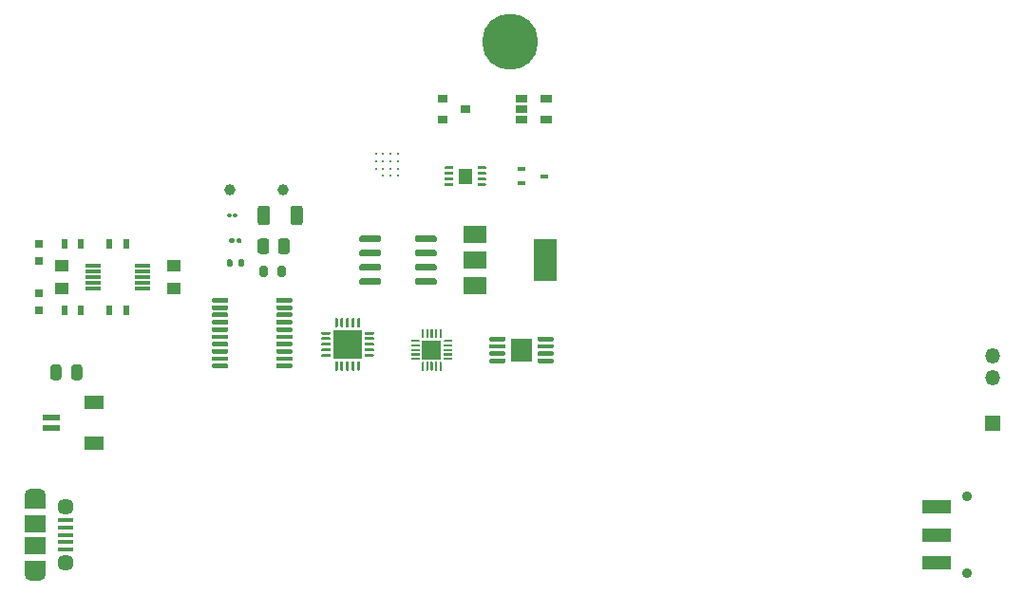
<source format=gbr>
%TF.GenerationSoftware,KiCad,Pcbnew,(5.1.10)-1*%
%TF.CreationDate,2022-04-30T13:51:09-07:00*%
%TF.ProjectId,project,70726f6a-6563-4742-9e6b-696361645f70,0.0*%
%TF.SameCoordinates,Original*%
%TF.FileFunction,Soldermask,Bot*%
%TF.FilePolarity,Negative*%
%FSLAX46Y46*%
G04 Gerber Fmt 4.6, Leading zero omitted, Abs format (unit mm)*
G04 Created by KiCad (PCBNEW (5.1.10)-1) date 2022-04-30 13:51:09*
%MOMM*%
%LPD*%
G01*
G04 APERTURE LIST*
%ADD10R,1.400000X0.300000*%
%ADD11C,5.000000*%
%ADD12C,0.900000*%
%ADD13R,2.500000X1.200000*%
%ADD14R,1.250000X1.000000*%
%ADD15R,1.900000X1.500000*%
%ADD16C,1.450000*%
%ADD17R,1.350000X0.400000*%
%ADD18O,1.900000X1.200000*%
%ADD19R,1.900000X1.200000*%
%ADD20O,1.350000X1.350000*%
%ADD21R,1.350000X1.350000*%
%ADD22R,0.800000X0.800000*%
%ADD23R,0.500000X0.900000*%
%ADD24R,1.550000X0.600000*%
%ADD25R,1.800000X1.200000*%
%ADD26C,1.000000*%
%ADD27R,0.900000X0.800000*%
%ADD28R,0.700000X0.450000*%
%ADD29R,2.000000X3.800000*%
%ADD30R,2.000000X1.500000*%
%ADD31C,0.100000*%
%ADD32R,1.700000X1.700000*%
%ADD33C,0.250000*%
%ADD34R,2.600000X2.600000*%
%ADD35R,1.060000X0.650000*%
%ADD36R,1.300000X1.400000*%
%ADD37R,1.950000X2.150000*%
G04 APERTURE END LIST*
%TO.C,F1*%
G36*
G01*
X110136500Y-90262750D02*
X110136500Y-91175250D01*
G75*
G02*
X109892750Y-91419000I-243750J0D01*
G01*
X109405250Y-91419000D01*
G75*
G02*
X109161500Y-91175250I0J243750D01*
G01*
X109161500Y-90262750D01*
G75*
G02*
X109405250Y-90019000I243750J0D01*
G01*
X109892750Y-90019000D01*
G75*
G02*
X110136500Y-90262750I0J-243750D01*
G01*
G37*
G36*
G01*
X108261500Y-90262750D02*
X108261500Y-91175250D01*
G75*
G02*
X108017750Y-91419000I-243750J0D01*
G01*
X107530250Y-91419000D01*
G75*
G02*
X107286500Y-91175250I0J243750D01*
G01*
X107286500Y-90262750D01*
G75*
G02*
X107530250Y-90019000I243750J0D01*
G01*
X108017750Y-90019000D01*
G75*
G02*
X108261500Y-90262750I0J-243750D01*
G01*
G37*
%TD*%
D10*
%TO.C,U2*%
X115474000Y-83219000D03*
X115474000Y-82719000D03*
X115474000Y-82219000D03*
X115474000Y-81719000D03*
X115474000Y-81219000D03*
X111074000Y-81219000D03*
X111074000Y-81719000D03*
X111074000Y-82219000D03*
X111074000Y-82719000D03*
X111074000Y-83219000D03*
%TD*%
D11*
%TO.C,J4*%
X148274000Y-61219000D03*
%TD*%
D12*
%TO.C,SW1*%
X189024000Y-108619000D03*
D13*
X186274000Y-102719000D03*
X186274000Y-105259000D03*
X186274000Y-107719000D03*
D12*
X189024000Y-101819000D03*
%TD*%
D14*
%TO.C,C3*%
X108274000Y-83219000D03*
X108274000Y-81219000D03*
%TD*%
%TO.C,C4*%
X118274000Y-81219000D03*
X118274000Y-83219000D03*
%TD*%
D15*
%TO.C,J1*%
X105924000Y-104219000D03*
D16*
X108624000Y-107719000D03*
D17*
X108624000Y-105869000D03*
X108624000Y-106519000D03*
X108624000Y-103919000D03*
X108624000Y-104569000D03*
X108624000Y-105219000D03*
D16*
X108624000Y-102719000D03*
D15*
X105924000Y-106219000D03*
D18*
X105924000Y-108719000D03*
X105924000Y-101719000D03*
D19*
X105924000Y-102319000D03*
X105924000Y-108119000D03*
%TD*%
D20*
%TO.C,J3*%
X191274000Y-89219000D03*
X191274000Y-91219000D03*
D21*
X191274000Y-95219000D03*
%TD*%
D22*
%TO.C,DL1*%
X106274000Y-85219000D03*
X106274000Y-83619000D03*
%TD*%
%TO.C,DL2*%
X106274000Y-79219000D03*
X106274000Y-80819000D03*
%TD*%
D23*
%TO.C,RL1*%
X108524000Y-85219000D03*
X110024000Y-85219000D03*
%TD*%
%TO.C,RL2*%
X110024000Y-79219000D03*
X108524000Y-79219000D03*
%TD*%
%TO.C,RP1*%
X112524000Y-79219000D03*
X114024000Y-79219000D03*
%TD*%
%TO.C,RP2*%
X114024000Y-85219000D03*
X112524000Y-85219000D03*
%TD*%
D24*
%TO.C,J2*%
X107336500Y-94719000D03*
X107336500Y-95719000D03*
D25*
X111211500Y-93419000D03*
X111211500Y-97019000D03*
%TD*%
%TO.C,R19*%
G36*
G01*
X123004000Y-81154000D02*
X123004000Y-80784000D01*
G75*
G02*
X123139000Y-80649000I135000J0D01*
G01*
X123409000Y-80649000D01*
G75*
G02*
X123544000Y-80784000I0J-135000D01*
G01*
X123544000Y-81154000D01*
G75*
G02*
X123409000Y-81289000I-135000J0D01*
G01*
X123139000Y-81289000D01*
G75*
G02*
X123004000Y-81154000I0J135000D01*
G01*
G37*
G36*
G01*
X124024000Y-81154000D02*
X124024000Y-80784000D01*
G75*
G02*
X124159000Y-80649000I135000J0D01*
G01*
X124429000Y-80649000D01*
G75*
G02*
X124564000Y-80784000I0J-135000D01*
G01*
X124564000Y-81154000D01*
G75*
G02*
X124429000Y-81289000I-135000J0D01*
G01*
X124159000Y-81289000D01*
G75*
G02*
X124024000Y-81154000I0J135000D01*
G01*
G37*
%TD*%
%TO.C,R1*%
G36*
G01*
X128611500Y-79018999D02*
X128611500Y-79919001D01*
G75*
G02*
X128361501Y-80169000I-249999J0D01*
G01*
X127836499Y-80169000D01*
G75*
G02*
X127586500Y-79919001I0J249999D01*
G01*
X127586500Y-79018999D01*
G75*
G02*
X127836499Y-78769000I249999J0D01*
G01*
X128361501Y-78769000D01*
G75*
G02*
X128611500Y-79018999I0J-249999D01*
G01*
G37*
G36*
G01*
X126786500Y-79018999D02*
X126786500Y-79919001D01*
G75*
G02*
X126536501Y-80169000I-249999J0D01*
G01*
X126011499Y-80169000D01*
G75*
G02*
X125761500Y-79919001I0J249999D01*
G01*
X125761500Y-79018999D01*
G75*
G02*
X126011499Y-78769000I249999J0D01*
G01*
X126536501Y-78769000D01*
G75*
G02*
X126786500Y-79018999I0J-249999D01*
G01*
G37*
%TD*%
%TO.C,R2*%
G36*
G01*
X123224000Y-79069000D02*
X123224000Y-78869000D01*
G75*
G02*
X123324000Y-78769000I100000J0D01*
G01*
X123584000Y-78769000D01*
G75*
G02*
X123684000Y-78869000I0J-100000D01*
G01*
X123684000Y-79069000D01*
G75*
G02*
X123584000Y-79169000I-100000J0D01*
G01*
X123324000Y-79169000D01*
G75*
G02*
X123224000Y-79069000I0J100000D01*
G01*
G37*
G36*
G01*
X123864000Y-79069000D02*
X123864000Y-78869000D01*
G75*
G02*
X123964000Y-78769000I100000J0D01*
G01*
X124224000Y-78769000D01*
G75*
G02*
X124324000Y-78869000I0J-100000D01*
G01*
X124324000Y-79069000D01*
G75*
G02*
X124224000Y-79169000I-100000J0D01*
G01*
X123964000Y-79169000D01*
G75*
G02*
X123864000Y-79069000I0J100000D01*
G01*
G37*
%TD*%
%TO.C,R3*%
G36*
G01*
X129799000Y-76093999D02*
X129799000Y-77344001D01*
G75*
G02*
X129549001Y-77594000I-249999J0D01*
G01*
X128923999Y-77594000D01*
G75*
G02*
X128674000Y-77344001I0J249999D01*
G01*
X128674000Y-76093999D01*
G75*
G02*
X128923999Y-75844000I249999J0D01*
G01*
X129549001Y-75844000D01*
G75*
G02*
X129799000Y-76093999I0J-249999D01*
G01*
G37*
G36*
G01*
X126874000Y-76093999D02*
X126874000Y-77344001D01*
G75*
G02*
X126624001Y-77594000I-249999J0D01*
G01*
X125998999Y-77594000D01*
G75*
G02*
X125749000Y-77344001I0J249999D01*
G01*
X125749000Y-76093999D01*
G75*
G02*
X125998999Y-75844000I249999J0D01*
G01*
X126624001Y-75844000D01*
G75*
G02*
X126874000Y-76093999I0J-249999D01*
G01*
G37*
%TD*%
%TO.C,R8*%
G36*
G01*
X123049000Y-76794000D02*
X123049000Y-76644000D01*
G75*
G02*
X123124000Y-76569000I75000J0D01*
G01*
X123374000Y-76569000D01*
G75*
G02*
X123449000Y-76644000I0J-75000D01*
G01*
X123449000Y-76794000D01*
G75*
G02*
X123374000Y-76869000I-75000J0D01*
G01*
X123124000Y-76869000D01*
G75*
G02*
X123049000Y-76794000I0J75000D01*
G01*
G37*
G36*
G01*
X123549000Y-76794000D02*
X123549000Y-76644000D01*
G75*
G02*
X123624000Y-76569000I75000J0D01*
G01*
X123874000Y-76569000D01*
G75*
G02*
X123949000Y-76644000I0J-75000D01*
G01*
X123949000Y-76794000D01*
G75*
G02*
X123874000Y-76869000I-75000J0D01*
G01*
X123624000Y-76869000D01*
G75*
G02*
X123549000Y-76794000I0J75000D01*
G01*
G37*
%TD*%
%TO.C,R17*%
G36*
G01*
X128324000Y-81444000D02*
X128324000Y-81994000D01*
G75*
G02*
X128124000Y-82194000I-200000J0D01*
G01*
X127724000Y-82194000D01*
G75*
G02*
X127524000Y-81994000I0J200000D01*
G01*
X127524000Y-81444000D01*
G75*
G02*
X127724000Y-81244000I200000J0D01*
G01*
X128124000Y-81244000D01*
G75*
G02*
X128324000Y-81444000I0J-200000D01*
G01*
G37*
G36*
G01*
X126674000Y-81444000D02*
X126674000Y-81994000D01*
G75*
G02*
X126474000Y-82194000I-200000J0D01*
G01*
X126074000Y-82194000D01*
G75*
G02*
X125874000Y-81994000I0J200000D01*
G01*
X125874000Y-81444000D01*
G75*
G02*
X126074000Y-81244000I200000J0D01*
G01*
X126474000Y-81244000D01*
G75*
G02*
X126674000Y-81444000I0J-200000D01*
G01*
G37*
%TD*%
D26*
%TO.C,TP1*%
X123274000Y-74469000D03*
%TD*%
%TO.C,TP2*%
X128024000Y-74469000D03*
%TD*%
D27*
%TO.C,Q1*%
X142274000Y-68169000D03*
X142274000Y-66269000D03*
X144274000Y-67219000D03*
%TD*%
D28*
%TO.C,Q2*%
X149274000Y-73869000D03*
X149274000Y-72569000D03*
X151274000Y-73219000D03*
%TD*%
D29*
%TO.C,Q3*%
X151424000Y-80719000D03*
D30*
X145124000Y-80719000D03*
X145124000Y-78419000D03*
X145124000Y-83019000D03*
%TD*%
D31*
%TO.C,U3*%
G36*
X140183755Y-89419961D02*
G01*
X140193134Y-89422806D01*
X140201779Y-89427427D01*
X140209355Y-89433645D01*
X140215573Y-89441221D01*
X140220194Y-89449866D01*
X140223039Y-89459245D01*
X140224000Y-89469000D01*
X140224000Y-89518289D01*
X140223039Y-89528044D01*
X140220194Y-89537423D01*
X140215573Y-89546068D01*
X140209355Y-89553644D01*
X140158644Y-89604355D01*
X140151068Y-89610573D01*
X140142423Y-89615194D01*
X140133044Y-89618039D01*
X140123289Y-89619000D01*
X139474000Y-89619000D01*
X139464245Y-89618039D01*
X139454866Y-89615194D01*
X139446221Y-89610573D01*
X139438645Y-89604355D01*
X139432427Y-89596779D01*
X139427806Y-89588134D01*
X139424961Y-89578755D01*
X139424000Y-89569000D01*
X139424000Y-89469000D01*
X139424961Y-89459245D01*
X139427806Y-89449866D01*
X139432427Y-89441221D01*
X139438645Y-89433645D01*
X139446221Y-89427427D01*
X139454866Y-89422806D01*
X139464245Y-89419961D01*
X139474000Y-89419000D01*
X140174000Y-89419000D01*
X140183755Y-89419961D01*
G37*
G36*
G01*
X139424000Y-89169000D02*
X139424000Y-89069000D01*
G75*
G02*
X139474000Y-89019000I50000J0D01*
G01*
X140174000Y-89019000D01*
G75*
G02*
X140224000Y-89069000I0J-50000D01*
G01*
X140224000Y-89169000D01*
G75*
G02*
X140174000Y-89219000I-50000J0D01*
G01*
X139474000Y-89219000D01*
G75*
G02*
X139424000Y-89169000I0J50000D01*
G01*
G37*
G36*
G01*
X139424000Y-88769000D02*
X139424000Y-88669000D01*
G75*
G02*
X139474000Y-88619000I50000J0D01*
G01*
X140174000Y-88619000D01*
G75*
G02*
X140224000Y-88669000I0J-50000D01*
G01*
X140224000Y-88769000D01*
G75*
G02*
X140174000Y-88819000I-50000J0D01*
G01*
X139474000Y-88819000D01*
G75*
G02*
X139424000Y-88769000I0J50000D01*
G01*
G37*
G36*
G01*
X139424000Y-88369000D02*
X139424000Y-88269000D01*
G75*
G02*
X139474000Y-88219000I50000J0D01*
G01*
X140174000Y-88219000D01*
G75*
G02*
X140224000Y-88269000I0J-50000D01*
G01*
X140224000Y-88369000D01*
G75*
G02*
X140174000Y-88419000I-50000J0D01*
G01*
X139474000Y-88419000D01*
G75*
G02*
X139424000Y-88369000I0J50000D01*
G01*
G37*
G36*
X140133044Y-87819961D02*
G01*
X140142423Y-87822806D01*
X140151068Y-87827427D01*
X140158644Y-87833645D01*
X140209355Y-87884356D01*
X140215573Y-87891932D01*
X140220194Y-87900577D01*
X140223039Y-87909956D01*
X140224000Y-87919711D01*
X140224000Y-87969000D01*
X140223039Y-87978755D01*
X140220194Y-87988134D01*
X140215573Y-87996779D01*
X140209355Y-88004355D01*
X140201779Y-88010573D01*
X140193134Y-88015194D01*
X140183755Y-88018039D01*
X140174000Y-88019000D01*
X139474000Y-88019000D01*
X139464245Y-88018039D01*
X139454866Y-88015194D01*
X139446221Y-88010573D01*
X139438645Y-88004355D01*
X139432427Y-87996779D01*
X139427806Y-87988134D01*
X139424961Y-87978755D01*
X139424000Y-87969000D01*
X139424000Y-87869000D01*
X139424961Y-87859245D01*
X139427806Y-87849866D01*
X139432427Y-87841221D01*
X139438645Y-87833645D01*
X139446221Y-87827427D01*
X139454866Y-87822806D01*
X139464245Y-87819961D01*
X139474000Y-87819000D01*
X140123289Y-87819000D01*
X140133044Y-87819961D01*
G37*
G36*
X140533755Y-86869961D02*
G01*
X140543134Y-86872806D01*
X140551779Y-86877427D01*
X140559355Y-86883645D01*
X140565573Y-86891221D01*
X140570194Y-86899866D01*
X140573039Y-86909245D01*
X140574000Y-86919000D01*
X140574000Y-87619000D01*
X140573039Y-87628755D01*
X140570194Y-87638134D01*
X140565573Y-87646779D01*
X140559355Y-87654355D01*
X140551779Y-87660573D01*
X140543134Y-87665194D01*
X140533755Y-87668039D01*
X140524000Y-87669000D01*
X140474711Y-87669000D01*
X140464956Y-87668039D01*
X140455577Y-87665194D01*
X140446932Y-87660573D01*
X140439356Y-87654355D01*
X140388645Y-87603644D01*
X140382427Y-87596068D01*
X140377806Y-87587423D01*
X140374961Y-87578044D01*
X140374000Y-87568289D01*
X140374000Y-86919000D01*
X140374961Y-86909245D01*
X140377806Y-86899866D01*
X140382427Y-86891221D01*
X140388645Y-86883645D01*
X140396221Y-86877427D01*
X140404866Y-86872806D01*
X140414245Y-86869961D01*
X140424000Y-86869000D01*
X140524000Y-86869000D01*
X140533755Y-86869961D01*
G37*
G36*
G01*
X140774000Y-87619000D02*
X140774000Y-86919000D01*
G75*
G02*
X140824000Y-86869000I50000J0D01*
G01*
X140924000Y-86869000D01*
G75*
G02*
X140974000Y-86919000I0J-50000D01*
G01*
X140974000Y-87619000D01*
G75*
G02*
X140924000Y-87669000I-50000J0D01*
G01*
X140824000Y-87669000D01*
G75*
G02*
X140774000Y-87619000I0J50000D01*
G01*
G37*
G36*
G01*
X141174000Y-87619000D02*
X141174000Y-86919000D01*
G75*
G02*
X141224000Y-86869000I50000J0D01*
G01*
X141324000Y-86869000D01*
G75*
G02*
X141374000Y-86919000I0J-50000D01*
G01*
X141374000Y-87619000D01*
G75*
G02*
X141324000Y-87669000I-50000J0D01*
G01*
X141224000Y-87669000D01*
G75*
G02*
X141174000Y-87619000I0J50000D01*
G01*
G37*
G36*
G01*
X141574000Y-87619000D02*
X141574000Y-86919000D01*
G75*
G02*
X141624000Y-86869000I50000J0D01*
G01*
X141724000Y-86869000D01*
G75*
G02*
X141774000Y-86919000I0J-50000D01*
G01*
X141774000Y-87619000D01*
G75*
G02*
X141724000Y-87669000I-50000J0D01*
G01*
X141624000Y-87669000D01*
G75*
G02*
X141574000Y-87619000I0J50000D01*
G01*
G37*
G36*
X142133755Y-86869961D02*
G01*
X142143134Y-86872806D01*
X142151779Y-86877427D01*
X142159355Y-86883645D01*
X142165573Y-86891221D01*
X142170194Y-86899866D01*
X142173039Y-86909245D01*
X142174000Y-86919000D01*
X142174000Y-87568289D01*
X142173039Y-87578044D01*
X142170194Y-87587423D01*
X142165573Y-87596068D01*
X142159355Y-87603644D01*
X142108644Y-87654355D01*
X142101068Y-87660573D01*
X142092423Y-87665194D01*
X142083044Y-87668039D01*
X142073289Y-87669000D01*
X142024000Y-87669000D01*
X142014245Y-87668039D01*
X142004866Y-87665194D01*
X141996221Y-87660573D01*
X141988645Y-87654355D01*
X141982427Y-87646779D01*
X141977806Y-87638134D01*
X141974961Y-87628755D01*
X141974000Y-87619000D01*
X141974000Y-86919000D01*
X141974961Y-86909245D01*
X141977806Y-86899866D01*
X141982427Y-86891221D01*
X141988645Y-86883645D01*
X141996221Y-86877427D01*
X142004866Y-86872806D01*
X142014245Y-86869961D01*
X142024000Y-86869000D01*
X142124000Y-86869000D01*
X142133755Y-86869961D01*
G37*
G36*
X143083755Y-87819961D02*
G01*
X143093134Y-87822806D01*
X143101779Y-87827427D01*
X143109355Y-87833645D01*
X143115573Y-87841221D01*
X143120194Y-87849866D01*
X143123039Y-87859245D01*
X143124000Y-87869000D01*
X143124000Y-87969000D01*
X143123039Y-87978755D01*
X143120194Y-87988134D01*
X143115573Y-87996779D01*
X143109355Y-88004355D01*
X143101779Y-88010573D01*
X143093134Y-88015194D01*
X143083755Y-88018039D01*
X143074000Y-88019000D01*
X142374000Y-88019000D01*
X142364245Y-88018039D01*
X142354866Y-88015194D01*
X142346221Y-88010573D01*
X142338645Y-88004355D01*
X142332427Y-87996779D01*
X142327806Y-87988134D01*
X142324961Y-87978755D01*
X142324000Y-87969000D01*
X142324000Y-87919711D01*
X142324961Y-87909956D01*
X142327806Y-87900577D01*
X142332427Y-87891932D01*
X142338645Y-87884356D01*
X142389356Y-87833645D01*
X142396932Y-87827427D01*
X142405577Y-87822806D01*
X142414956Y-87819961D01*
X142424711Y-87819000D01*
X143074000Y-87819000D01*
X143083755Y-87819961D01*
G37*
G36*
G01*
X142324000Y-88369000D02*
X142324000Y-88269000D01*
G75*
G02*
X142374000Y-88219000I50000J0D01*
G01*
X143074000Y-88219000D01*
G75*
G02*
X143124000Y-88269000I0J-50000D01*
G01*
X143124000Y-88369000D01*
G75*
G02*
X143074000Y-88419000I-50000J0D01*
G01*
X142374000Y-88419000D01*
G75*
G02*
X142324000Y-88369000I0J50000D01*
G01*
G37*
G36*
G01*
X142324000Y-88769000D02*
X142324000Y-88669000D01*
G75*
G02*
X142374000Y-88619000I50000J0D01*
G01*
X143074000Y-88619000D01*
G75*
G02*
X143124000Y-88669000I0J-50000D01*
G01*
X143124000Y-88769000D01*
G75*
G02*
X143074000Y-88819000I-50000J0D01*
G01*
X142374000Y-88819000D01*
G75*
G02*
X142324000Y-88769000I0J50000D01*
G01*
G37*
G36*
G01*
X142324000Y-89169000D02*
X142324000Y-89069000D01*
G75*
G02*
X142374000Y-89019000I50000J0D01*
G01*
X143074000Y-89019000D01*
G75*
G02*
X143124000Y-89069000I0J-50000D01*
G01*
X143124000Y-89169000D01*
G75*
G02*
X143074000Y-89219000I-50000J0D01*
G01*
X142374000Y-89219000D01*
G75*
G02*
X142324000Y-89169000I0J50000D01*
G01*
G37*
G36*
X143083755Y-89419961D02*
G01*
X143093134Y-89422806D01*
X143101779Y-89427427D01*
X143109355Y-89433645D01*
X143115573Y-89441221D01*
X143120194Y-89449866D01*
X143123039Y-89459245D01*
X143124000Y-89469000D01*
X143124000Y-89569000D01*
X143123039Y-89578755D01*
X143120194Y-89588134D01*
X143115573Y-89596779D01*
X143109355Y-89604355D01*
X143101779Y-89610573D01*
X143093134Y-89615194D01*
X143083755Y-89618039D01*
X143074000Y-89619000D01*
X142424711Y-89619000D01*
X142414956Y-89618039D01*
X142405577Y-89615194D01*
X142396932Y-89610573D01*
X142389356Y-89604355D01*
X142338645Y-89553644D01*
X142332427Y-89546068D01*
X142327806Y-89537423D01*
X142324961Y-89528044D01*
X142324000Y-89518289D01*
X142324000Y-89469000D01*
X142324961Y-89459245D01*
X142327806Y-89449866D01*
X142332427Y-89441221D01*
X142338645Y-89433645D01*
X142346221Y-89427427D01*
X142354866Y-89422806D01*
X142364245Y-89419961D01*
X142374000Y-89419000D01*
X143074000Y-89419000D01*
X143083755Y-89419961D01*
G37*
G36*
X142083044Y-89769961D02*
G01*
X142092423Y-89772806D01*
X142101068Y-89777427D01*
X142108644Y-89783645D01*
X142159355Y-89834356D01*
X142165573Y-89841932D01*
X142170194Y-89850577D01*
X142173039Y-89859956D01*
X142174000Y-89869711D01*
X142174000Y-90519000D01*
X142173039Y-90528755D01*
X142170194Y-90538134D01*
X142165573Y-90546779D01*
X142159355Y-90554355D01*
X142151779Y-90560573D01*
X142143134Y-90565194D01*
X142133755Y-90568039D01*
X142124000Y-90569000D01*
X142024000Y-90569000D01*
X142014245Y-90568039D01*
X142004866Y-90565194D01*
X141996221Y-90560573D01*
X141988645Y-90554355D01*
X141982427Y-90546779D01*
X141977806Y-90538134D01*
X141974961Y-90528755D01*
X141974000Y-90519000D01*
X141974000Y-89819000D01*
X141974961Y-89809245D01*
X141977806Y-89799866D01*
X141982427Y-89791221D01*
X141988645Y-89783645D01*
X141996221Y-89777427D01*
X142004866Y-89772806D01*
X142014245Y-89769961D01*
X142024000Y-89769000D01*
X142073289Y-89769000D01*
X142083044Y-89769961D01*
G37*
G36*
G01*
X141574000Y-90519000D02*
X141574000Y-89819000D01*
G75*
G02*
X141624000Y-89769000I50000J0D01*
G01*
X141724000Y-89769000D01*
G75*
G02*
X141774000Y-89819000I0J-50000D01*
G01*
X141774000Y-90519000D01*
G75*
G02*
X141724000Y-90569000I-50000J0D01*
G01*
X141624000Y-90569000D01*
G75*
G02*
X141574000Y-90519000I0J50000D01*
G01*
G37*
G36*
G01*
X141174000Y-90519000D02*
X141174000Y-89819000D01*
G75*
G02*
X141224000Y-89769000I50000J0D01*
G01*
X141324000Y-89769000D01*
G75*
G02*
X141374000Y-89819000I0J-50000D01*
G01*
X141374000Y-90519000D01*
G75*
G02*
X141324000Y-90569000I-50000J0D01*
G01*
X141224000Y-90569000D01*
G75*
G02*
X141174000Y-90519000I0J50000D01*
G01*
G37*
G36*
G01*
X140774000Y-90519000D02*
X140774000Y-89819000D01*
G75*
G02*
X140824000Y-89769000I50000J0D01*
G01*
X140924000Y-89769000D01*
G75*
G02*
X140974000Y-89819000I0J-50000D01*
G01*
X140974000Y-90519000D01*
G75*
G02*
X140924000Y-90569000I-50000J0D01*
G01*
X140824000Y-90569000D01*
G75*
G02*
X140774000Y-90519000I0J50000D01*
G01*
G37*
G36*
X140533755Y-89769961D02*
G01*
X140543134Y-89772806D01*
X140551779Y-89777427D01*
X140559355Y-89783645D01*
X140565573Y-89791221D01*
X140570194Y-89799866D01*
X140573039Y-89809245D01*
X140574000Y-89819000D01*
X140574000Y-90519000D01*
X140573039Y-90528755D01*
X140570194Y-90538134D01*
X140565573Y-90546779D01*
X140559355Y-90554355D01*
X140551779Y-90560573D01*
X140543134Y-90565194D01*
X140533755Y-90568039D01*
X140524000Y-90569000D01*
X140424000Y-90569000D01*
X140414245Y-90568039D01*
X140404866Y-90565194D01*
X140396221Y-90560573D01*
X140388645Y-90554355D01*
X140382427Y-90546779D01*
X140377806Y-90538134D01*
X140374961Y-90528755D01*
X140374000Y-90519000D01*
X140374000Y-89869711D01*
X140374961Y-89859956D01*
X140377806Y-89850577D01*
X140382427Y-89841932D01*
X140388645Y-89834356D01*
X140439356Y-89783645D01*
X140446932Y-89777427D01*
X140455577Y-89772806D01*
X140464956Y-89769961D01*
X140474711Y-89769000D01*
X140524000Y-89769000D01*
X140533755Y-89769961D01*
G37*
D32*
X141274000Y-88719000D03*
%TD*%
D33*
%TO.C,U4*%
X136299000Y-72544000D03*
X136299000Y-71894000D03*
X136299000Y-71244000D03*
X136949000Y-73194000D03*
X136949000Y-72544000D03*
X136949000Y-71894000D03*
X136949000Y-71244000D03*
X137599000Y-73194000D03*
X137599000Y-72544000D03*
X137599000Y-71894000D03*
X137599000Y-71244000D03*
X138249000Y-73194000D03*
X138249000Y-72544000D03*
X138249000Y-71894000D03*
X138249000Y-71244000D03*
%TD*%
%TO.C,U5*%
G36*
G01*
X131424000Y-89281500D02*
X131424000Y-89156500D01*
G75*
G02*
X131486500Y-89094000I62500J0D01*
G01*
X132211500Y-89094000D01*
G75*
G02*
X132274000Y-89156500I0J-62500D01*
G01*
X132274000Y-89281500D01*
G75*
G02*
X132211500Y-89344000I-62500J0D01*
G01*
X131486500Y-89344000D01*
G75*
G02*
X131424000Y-89281500I0J62500D01*
G01*
G37*
G36*
G01*
X131424000Y-88781500D02*
X131424000Y-88656500D01*
G75*
G02*
X131486500Y-88594000I62500J0D01*
G01*
X132211500Y-88594000D01*
G75*
G02*
X132274000Y-88656500I0J-62500D01*
G01*
X132274000Y-88781500D01*
G75*
G02*
X132211500Y-88844000I-62500J0D01*
G01*
X131486500Y-88844000D01*
G75*
G02*
X131424000Y-88781500I0J62500D01*
G01*
G37*
G36*
G01*
X131424000Y-88281500D02*
X131424000Y-88156500D01*
G75*
G02*
X131486500Y-88094000I62500J0D01*
G01*
X132211500Y-88094000D01*
G75*
G02*
X132274000Y-88156500I0J-62500D01*
G01*
X132274000Y-88281500D01*
G75*
G02*
X132211500Y-88344000I-62500J0D01*
G01*
X131486500Y-88344000D01*
G75*
G02*
X131424000Y-88281500I0J62500D01*
G01*
G37*
G36*
G01*
X131424000Y-87781500D02*
X131424000Y-87656500D01*
G75*
G02*
X131486500Y-87594000I62500J0D01*
G01*
X132211500Y-87594000D01*
G75*
G02*
X132274000Y-87656500I0J-62500D01*
G01*
X132274000Y-87781500D01*
G75*
G02*
X132211500Y-87844000I-62500J0D01*
G01*
X131486500Y-87844000D01*
G75*
G02*
X131424000Y-87781500I0J62500D01*
G01*
G37*
G36*
G01*
X131424000Y-87281500D02*
X131424000Y-87156500D01*
G75*
G02*
X131486500Y-87094000I62500J0D01*
G01*
X132211500Y-87094000D01*
G75*
G02*
X132274000Y-87156500I0J-62500D01*
G01*
X132274000Y-87281500D01*
G75*
G02*
X132211500Y-87344000I-62500J0D01*
G01*
X131486500Y-87344000D01*
G75*
G02*
X131424000Y-87281500I0J62500D01*
G01*
G37*
G36*
G01*
X132649000Y-86656500D02*
X132649000Y-85931500D01*
G75*
G02*
X132711500Y-85869000I62500J0D01*
G01*
X132836500Y-85869000D01*
G75*
G02*
X132899000Y-85931500I0J-62500D01*
G01*
X132899000Y-86656500D01*
G75*
G02*
X132836500Y-86719000I-62500J0D01*
G01*
X132711500Y-86719000D01*
G75*
G02*
X132649000Y-86656500I0J62500D01*
G01*
G37*
G36*
G01*
X133149000Y-86656500D02*
X133149000Y-85931500D01*
G75*
G02*
X133211500Y-85869000I62500J0D01*
G01*
X133336500Y-85869000D01*
G75*
G02*
X133399000Y-85931500I0J-62500D01*
G01*
X133399000Y-86656500D01*
G75*
G02*
X133336500Y-86719000I-62500J0D01*
G01*
X133211500Y-86719000D01*
G75*
G02*
X133149000Y-86656500I0J62500D01*
G01*
G37*
G36*
G01*
X133649000Y-86656500D02*
X133649000Y-85931500D01*
G75*
G02*
X133711500Y-85869000I62500J0D01*
G01*
X133836500Y-85869000D01*
G75*
G02*
X133899000Y-85931500I0J-62500D01*
G01*
X133899000Y-86656500D01*
G75*
G02*
X133836500Y-86719000I-62500J0D01*
G01*
X133711500Y-86719000D01*
G75*
G02*
X133649000Y-86656500I0J62500D01*
G01*
G37*
G36*
G01*
X134149000Y-86656500D02*
X134149000Y-85931500D01*
G75*
G02*
X134211500Y-85869000I62500J0D01*
G01*
X134336500Y-85869000D01*
G75*
G02*
X134399000Y-85931500I0J-62500D01*
G01*
X134399000Y-86656500D01*
G75*
G02*
X134336500Y-86719000I-62500J0D01*
G01*
X134211500Y-86719000D01*
G75*
G02*
X134149000Y-86656500I0J62500D01*
G01*
G37*
G36*
G01*
X134649000Y-86656500D02*
X134649000Y-85931500D01*
G75*
G02*
X134711500Y-85869000I62500J0D01*
G01*
X134836500Y-85869000D01*
G75*
G02*
X134899000Y-85931500I0J-62500D01*
G01*
X134899000Y-86656500D01*
G75*
G02*
X134836500Y-86719000I-62500J0D01*
G01*
X134711500Y-86719000D01*
G75*
G02*
X134649000Y-86656500I0J62500D01*
G01*
G37*
G36*
G01*
X135274000Y-87281500D02*
X135274000Y-87156500D01*
G75*
G02*
X135336500Y-87094000I62500J0D01*
G01*
X136061500Y-87094000D01*
G75*
G02*
X136124000Y-87156500I0J-62500D01*
G01*
X136124000Y-87281500D01*
G75*
G02*
X136061500Y-87344000I-62500J0D01*
G01*
X135336500Y-87344000D01*
G75*
G02*
X135274000Y-87281500I0J62500D01*
G01*
G37*
G36*
G01*
X135274000Y-87781500D02*
X135274000Y-87656500D01*
G75*
G02*
X135336500Y-87594000I62500J0D01*
G01*
X136061500Y-87594000D01*
G75*
G02*
X136124000Y-87656500I0J-62500D01*
G01*
X136124000Y-87781500D01*
G75*
G02*
X136061500Y-87844000I-62500J0D01*
G01*
X135336500Y-87844000D01*
G75*
G02*
X135274000Y-87781500I0J62500D01*
G01*
G37*
G36*
G01*
X135274000Y-88281500D02*
X135274000Y-88156500D01*
G75*
G02*
X135336500Y-88094000I62500J0D01*
G01*
X136061500Y-88094000D01*
G75*
G02*
X136124000Y-88156500I0J-62500D01*
G01*
X136124000Y-88281500D01*
G75*
G02*
X136061500Y-88344000I-62500J0D01*
G01*
X135336500Y-88344000D01*
G75*
G02*
X135274000Y-88281500I0J62500D01*
G01*
G37*
G36*
G01*
X135274000Y-88781500D02*
X135274000Y-88656500D01*
G75*
G02*
X135336500Y-88594000I62500J0D01*
G01*
X136061500Y-88594000D01*
G75*
G02*
X136124000Y-88656500I0J-62500D01*
G01*
X136124000Y-88781500D01*
G75*
G02*
X136061500Y-88844000I-62500J0D01*
G01*
X135336500Y-88844000D01*
G75*
G02*
X135274000Y-88781500I0J62500D01*
G01*
G37*
G36*
G01*
X135274000Y-89281500D02*
X135274000Y-89156500D01*
G75*
G02*
X135336500Y-89094000I62500J0D01*
G01*
X136061500Y-89094000D01*
G75*
G02*
X136124000Y-89156500I0J-62500D01*
G01*
X136124000Y-89281500D01*
G75*
G02*
X136061500Y-89344000I-62500J0D01*
G01*
X135336500Y-89344000D01*
G75*
G02*
X135274000Y-89281500I0J62500D01*
G01*
G37*
G36*
G01*
X134649000Y-90506500D02*
X134649000Y-89781500D01*
G75*
G02*
X134711500Y-89719000I62500J0D01*
G01*
X134836500Y-89719000D01*
G75*
G02*
X134899000Y-89781500I0J-62500D01*
G01*
X134899000Y-90506500D01*
G75*
G02*
X134836500Y-90569000I-62500J0D01*
G01*
X134711500Y-90569000D01*
G75*
G02*
X134649000Y-90506500I0J62500D01*
G01*
G37*
G36*
G01*
X134149000Y-90506500D02*
X134149000Y-89781500D01*
G75*
G02*
X134211500Y-89719000I62500J0D01*
G01*
X134336500Y-89719000D01*
G75*
G02*
X134399000Y-89781500I0J-62500D01*
G01*
X134399000Y-90506500D01*
G75*
G02*
X134336500Y-90569000I-62500J0D01*
G01*
X134211500Y-90569000D01*
G75*
G02*
X134149000Y-90506500I0J62500D01*
G01*
G37*
G36*
G01*
X133649000Y-90506500D02*
X133649000Y-89781500D01*
G75*
G02*
X133711500Y-89719000I62500J0D01*
G01*
X133836500Y-89719000D01*
G75*
G02*
X133899000Y-89781500I0J-62500D01*
G01*
X133899000Y-90506500D01*
G75*
G02*
X133836500Y-90569000I-62500J0D01*
G01*
X133711500Y-90569000D01*
G75*
G02*
X133649000Y-90506500I0J62500D01*
G01*
G37*
G36*
G01*
X133149000Y-90506500D02*
X133149000Y-89781500D01*
G75*
G02*
X133211500Y-89719000I62500J0D01*
G01*
X133336500Y-89719000D01*
G75*
G02*
X133399000Y-89781500I0J-62500D01*
G01*
X133399000Y-90506500D01*
G75*
G02*
X133336500Y-90569000I-62500J0D01*
G01*
X133211500Y-90569000D01*
G75*
G02*
X133149000Y-90506500I0J62500D01*
G01*
G37*
G36*
G01*
X132649000Y-90506500D02*
X132649000Y-89781500D01*
G75*
G02*
X132711500Y-89719000I62500J0D01*
G01*
X132836500Y-89719000D01*
G75*
G02*
X132899000Y-89781500I0J-62500D01*
G01*
X132899000Y-90506500D01*
G75*
G02*
X132836500Y-90569000I-62500J0D01*
G01*
X132711500Y-90569000D01*
G75*
G02*
X132649000Y-90506500I0J62500D01*
G01*
G37*
D34*
X133774000Y-88219000D03*
%TD*%
%TO.C,U6*%
G36*
G01*
X121674000Y-90244000D02*
X121674000Y-90044000D01*
G75*
G02*
X121774000Y-89944000I100000J0D01*
G01*
X123049000Y-89944000D01*
G75*
G02*
X123149000Y-90044000I0J-100000D01*
G01*
X123149000Y-90244000D01*
G75*
G02*
X123049000Y-90344000I-100000J0D01*
G01*
X121774000Y-90344000D01*
G75*
G02*
X121674000Y-90244000I0J100000D01*
G01*
G37*
G36*
G01*
X121674000Y-89594000D02*
X121674000Y-89394000D01*
G75*
G02*
X121774000Y-89294000I100000J0D01*
G01*
X123049000Y-89294000D01*
G75*
G02*
X123149000Y-89394000I0J-100000D01*
G01*
X123149000Y-89594000D01*
G75*
G02*
X123049000Y-89694000I-100000J0D01*
G01*
X121774000Y-89694000D01*
G75*
G02*
X121674000Y-89594000I0J100000D01*
G01*
G37*
G36*
G01*
X121674000Y-88944000D02*
X121674000Y-88744000D01*
G75*
G02*
X121774000Y-88644000I100000J0D01*
G01*
X123049000Y-88644000D01*
G75*
G02*
X123149000Y-88744000I0J-100000D01*
G01*
X123149000Y-88944000D01*
G75*
G02*
X123049000Y-89044000I-100000J0D01*
G01*
X121774000Y-89044000D01*
G75*
G02*
X121674000Y-88944000I0J100000D01*
G01*
G37*
G36*
G01*
X121674000Y-88294000D02*
X121674000Y-88094000D01*
G75*
G02*
X121774000Y-87994000I100000J0D01*
G01*
X123049000Y-87994000D01*
G75*
G02*
X123149000Y-88094000I0J-100000D01*
G01*
X123149000Y-88294000D01*
G75*
G02*
X123049000Y-88394000I-100000J0D01*
G01*
X121774000Y-88394000D01*
G75*
G02*
X121674000Y-88294000I0J100000D01*
G01*
G37*
G36*
G01*
X121674000Y-87644000D02*
X121674000Y-87444000D01*
G75*
G02*
X121774000Y-87344000I100000J0D01*
G01*
X123049000Y-87344000D01*
G75*
G02*
X123149000Y-87444000I0J-100000D01*
G01*
X123149000Y-87644000D01*
G75*
G02*
X123049000Y-87744000I-100000J0D01*
G01*
X121774000Y-87744000D01*
G75*
G02*
X121674000Y-87644000I0J100000D01*
G01*
G37*
G36*
G01*
X121674000Y-86994000D02*
X121674000Y-86794000D01*
G75*
G02*
X121774000Y-86694000I100000J0D01*
G01*
X123049000Y-86694000D01*
G75*
G02*
X123149000Y-86794000I0J-100000D01*
G01*
X123149000Y-86994000D01*
G75*
G02*
X123049000Y-87094000I-100000J0D01*
G01*
X121774000Y-87094000D01*
G75*
G02*
X121674000Y-86994000I0J100000D01*
G01*
G37*
G36*
G01*
X121674000Y-86344000D02*
X121674000Y-86144000D01*
G75*
G02*
X121774000Y-86044000I100000J0D01*
G01*
X123049000Y-86044000D01*
G75*
G02*
X123149000Y-86144000I0J-100000D01*
G01*
X123149000Y-86344000D01*
G75*
G02*
X123049000Y-86444000I-100000J0D01*
G01*
X121774000Y-86444000D01*
G75*
G02*
X121674000Y-86344000I0J100000D01*
G01*
G37*
G36*
G01*
X121674000Y-85694000D02*
X121674000Y-85494000D01*
G75*
G02*
X121774000Y-85394000I100000J0D01*
G01*
X123049000Y-85394000D01*
G75*
G02*
X123149000Y-85494000I0J-100000D01*
G01*
X123149000Y-85694000D01*
G75*
G02*
X123049000Y-85794000I-100000J0D01*
G01*
X121774000Y-85794000D01*
G75*
G02*
X121674000Y-85694000I0J100000D01*
G01*
G37*
G36*
G01*
X121674000Y-85044000D02*
X121674000Y-84844000D01*
G75*
G02*
X121774000Y-84744000I100000J0D01*
G01*
X123049000Y-84744000D01*
G75*
G02*
X123149000Y-84844000I0J-100000D01*
G01*
X123149000Y-85044000D01*
G75*
G02*
X123049000Y-85144000I-100000J0D01*
G01*
X121774000Y-85144000D01*
G75*
G02*
X121674000Y-85044000I0J100000D01*
G01*
G37*
G36*
G01*
X121674000Y-84394000D02*
X121674000Y-84194000D01*
G75*
G02*
X121774000Y-84094000I100000J0D01*
G01*
X123049000Y-84094000D01*
G75*
G02*
X123149000Y-84194000I0J-100000D01*
G01*
X123149000Y-84394000D01*
G75*
G02*
X123049000Y-84494000I-100000J0D01*
G01*
X121774000Y-84494000D01*
G75*
G02*
X121674000Y-84394000I0J100000D01*
G01*
G37*
G36*
G01*
X127399000Y-84394000D02*
X127399000Y-84194000D01*
G75*
G02*
X127499000Y-84094000I100000J0D01*
G01*
X128774000Y-84094000D01*
G75*
G02*
X128874000Y-84194000I0J-100000D01*
G01*
X128874000Y-84394000D01*
G75*
G02*
X128774000Y-84494000I-100000J0D01*
G01*
X127499000Y-84494000D01*
G75*
G02*
X127399000Y-84394000I0J100000D01*
G01*
G37*
G36*
G01*
X127399000Y-85044000D02*
X127399000Y-84844000D01*
G75*
G02*
X127499000Y-84744000I100000J0D01*
G01*
X128774000Y-84744000D01*
G75*
G02*
X128874000Y-84844000I0J-100000D01*
G01*
X128874000Y-85044000D01*
G75*
G02*
X128774000Y-85144000I-100000J0D01*
G01*
X127499000Y-85144000D01*
G75*
G02*
X127399000Y-85044000I0J100000D01*
G01*
G37*
G36*
G01*
X127399000Y-85694000D02*
X127399000Y-85494000D01*
G75*
G02*
X127499000Y-85394000I100000J0D01*
G01*
X128774000Y-85394000D01*
G75*
G02*
X128874000Y-85494000I0J-100000D01*
G01*
X128874000Y-85694000D01*
G75*
G02*
X128774000Y-85794000I-100000J0D01*
G01*
X127499000Y-85794000D01*
G75*
G02*
X127399000Y-85694000I0J100000D01*
G01*
G37*
G36*
G01*
X127399000Y-86344000D02*
X127399000Y-86144000D01*
G75*
G02*
X127499000Y-86044000I100000J0D01*
G01*
X128774000Y-86044000D01*
G75*
G02*
X128874000Y-86144000I0J-100000D01*
G01*
X128874000Y-86344000D01*
G75*
G02*
X128774000Y-86444000I-100000J0D01*
G01*
X127499000Y-86444000D01*
G75*
G02*
X127399000Y-86344000I0J100000D01*
G01*
G37*
G36*
G01*
X127399000Y-86994000D02*
X127399000Y-86794000D01*
G75*
G02*
X127499000Y-86694000I100000J0D01*
G01*
X128774000Y-86694000D01*
G75*
G02*
X128874000Y-86794000I0J-100000D01*
G01*
X128874000Y-86994000D01*
G75*
G02*
X128774000Y-87094000I-100000J0D01*
G01*
X127499000Y-87094000D01*
G75*
G02*
X127399000Y-86994000I0J100000D01*
G01*
G37*
G36*
G01*
X127399000Y-87644000D02*
X127399000Y-87444000D01*
G75*
G02*
X127499000Y-87344000I100000J0D01*
G01*
X128774000Y-87344000D01*
G75*
G02*
X128874000Y-87444000I0J-100000D01*
G01*
X128874000Y-87644000D01*
G75*
G02*
X128774000Y-87744000I-100000J0D01*
G01*
X127499000Y-87744000D01*
G75*
G02*
X127399000Y-87644000I0J100000D01*
G01*
G37*
G36*
G01*
X127399000Y-88294000D02*
X127399000Y-88094000D01*
G75*
G02*
X127499000Y-87994000I100000J0D01*
G01*
X128774000Y-87994000D01*
G75*
G02*
X128874000Y-88094000I0J-100000D01*
G01*
X128874000Y-88294000D01*
G75*
G02*
X128774000Y-88394000I-100000J0D01*
G01*
X127499000Y-88394000D01*
G75*
G02*
X127399000Y-88294000I0J100000D01*
G01*
G37*
G36*
G01*
X127399000Y-88944000D02*
X127399000Y-88744000D01*
G75*
G02*
X127499000Y-88644000I100000J0D01*
G01*
X128774000Y-88644000D01*
G75*
G02*
X128874000Y-88744000I0J-100000D01*
G01*
X128874000Y-88944000D01*
G75*
G02*
X128774000Y-89044000I-100000J0D01*
G01*
X127499000Y-89044000D01*
G75*
G02*
X127399000Y-88944000I0J100000D01*
G01*
G37*
G36*
G01*
X127399000Y-89594000D02*
X127399000Y-89394000D01*
G75*
G02*
X127499000Y-89294000I100000J0D01*
G01*
X128774000Y-89294000D01*
G75*
G02*
X128874000Y-89394000I0J-100000D01*
G01*
X128874000Y-89594000D01*
G75*
G02*
X128774000Y-89694000I-100000J0D01*
G01*
X127499000Y-89694000D01*
G75*
G02*
X127399000Y-89594000I0J100000D01*
G01*
G37*
G36*
G01*
X127399000Y-90244000D02*
X127399000Y-90044000D01*
G75*
G02*
X127499000Y-89944000I100000J0D01*
G01*
X128774000Y-89944000D01*
G75*
G02*
X128874000Y-90044000I0J-100000D01*
G01*
X128874000Y-90244000D01*
G75*
G02*
X128774000Y-90344000I-100000J0D01*
G01*
X127499000Y-90344000D01*
G75*
G02*
X127399000Y-90244000I0J100000D01*
G01*
G37*
%TD*%
D35*
%TO.C,U7*%
X149274000Y-68169000D03*
X149274000Y-67219000D03*
X149274000Y-66269000D03*
X151474000Y-66269000D03*
X151474000Y-68169000D03*
%TD*%
%TO.C,U8*%
G36*
G01*
X142424000Y-74031500D02*
X142424000Y-73906500D01*
G75*
G02*
X142486500Y-73844000I62500J0D01*
G01*
X143136500Y-73844000D01*
G75*
G02*
X143199000Y-73906500I0J-62500D01*
G01*
X143199000Y-74031500D01*
G75*
G02*
X143136500Y-74094000I-62500J0D01*
G01*
X142486500Y-74094000D01*
G75*
G02*
X142424000Y-74031500I0J62500D01*
G01*
G37*
G36*
G01*
X142424000Y-73531500D02*
X142424000Y-73406500D01*
G75*
G02*
X142486500Y-73344000I62500J0D01*
G01*
X143136500Y-73344000D01*
G75*
G02*
X143199000Y-73406500I0J-62500D01*
G01*
X143199000Y-73531500D01*
G75*
G02*
X143136500Y-73594000I-62500J0D01*
G01*
X142486500Y-73594000D01*
G75*
G02*
X142424000Y-73531500I0J62500D01*
G01*
G37*
G36*
G01*
X142424000Y-73031500D02*
X142424000Y-72906500D01*
G75*
G02*
X142486500Y-72844000I62500J0D01*
G01*
X143136500Y-72844000D01*
G75*
G02*
X143199000Y-72906500I0J-62500D01*
G01*
X143199000Y-73031500D01*
G75*
G02*
X143136500Y-73094000I-62500J0D01*
G01*
X142486500Y-73094000D01*
G75*
G02*
X142424000Y-73031500I0J62500D01*
G01*
G37*
G36*
G01*
X142424000Y-72531500D02*
X142424000Y-72406500D01*
G75*
G02*
X142486500Y-72344000I62500J0D01*
G01*
X143136500Y-72344000D01*
G75*
G02*
X143199000Y-72406500I0J-62500D01*
G01*
X143199000Y-72531500D01*
G75*
G02*
X143136500Y-72594000I-62500J0D01*
G01*
X142486500Y-72594000D01*
G75*
G02*
X142424000Y-72531500I0J62500D01*
G01*
G37*
G36*
G01*
X145349000Y-72531500D02*
X145349000Y-72406500D01*
G75*
G02*
X145411500Y-72344000I62500J0D01*
G01*
X146061500Y-72344000D01*
G75*
G02*
X146124000Y-72406500I0J-62500D01*
G01*
X146124000Y-72531500D01*
G75*
G02*
X146061500Y-72594000I-62500J0D01*
G01*
X145411500Y-72594000D01*
G75*
G02*
X145349000Y-72531500I0J62500D01*
G01*
G37*
G36*
G01*
X145349000Y-73031500D02*
X145349000Y-72906500D01*
G75*
G02*
X145411500Y-72844000I62500J0D01*
G01*
X146061500Y-72844000D01*
G75*
G02*
X146124000Y-72906500I0J-62500D01*
G01*
X146124000Y-73031500D01*
G75*
G02*
X146061500Y-73094000I-62500J0D01*
G01*
X145411500Y-73094000D01*
G75*
G02*
X145349000Y-73031500I0J62500D01*
G01*
G37*
G36*
G01*
X145349000Y-73531500D02*
X145349000Y-73406500D01*
G75*
G02*
X145411500Y-73344000I62500J0D01*
G01*
X146061500Y-73344000D01*
G75*
G02*
X146124000Y-73406500I0J-62500D01*
G01*
X146124000Y-73531500D01*
G75*
G02*
X146061500Y-73594000I-62500J0D01*
G01*
X145411500Y-73594000D01*
G75*
G02*
X145349000Y-73531500I0J62500D01*
G01*
G37*
G36*
G01*
X145349000Y-74031500D02*
X145349000Y-73906500D01*
G75*
G02*
X145411500Y-73844000I62500J0D01*
G01*
X146061500Y-73844000D01*
G75*
G02*
X146124000Y-73906500I0J-62500D01*
G01*
X146124000Y-74031500D01*
G75*
G02*
X146061500Y-74094000I-62500J0D01*
G01*
X145411500Y-74094000D01*
G75*
G02*
X145349000Y-74031500I0J62500D01*
G01*
G37*
D36*
X144274000Y-73219000D03*
%TD*%
%TO.C,U9*%
G36*
G01*
X146399000Y-89794000D02*
X146399000Y-89594000D01*
G75*
G02*
X146499000Y-89494000I100000J0D01*
G01*
X147749000Y-89494000D01*
G75*
G02*
X147849000Y-89594000I0J-100000D01*
G01*
X147849000Y-89794000D01*
G75*
G02*
X147749000Y-89894000I-100000J0D01*
G01*
X146499000Y-89894000D01*
G75*
G02*
X146399000Y-89794000I0J100000D01*
G01*
G37*
G36*
G01*
X146399000Y-89144000D02*
X146399000Y-88944000D01*
G75*
G02*
X146499000Y-88844000I100000J0D01*
G01*
X147749000Y-88844000D01*
G75*
G02*
X147849000Y-88944000I0J-100000D01*
G01*
X147849000Y-89144000D01*
G75*
G02*
X147749000Y-89244000I-100000J0D01*
G01*
X146499000Y-89244000D01*
G75*
G02*
X146399000Y-89144000I0J100000D01*
G01*
G37*
G36*
G01*
X146399000Y-88494000D02*
X146399000Y-88294000D01*
G75*
G02*
X146499000Y-88194000I100000J0D01*
G01*
X147749000Y-88194000D01*
G75*
G02*
X147849000Y-88294000I0J-100000D01*
G01*
X147849000Y-88494000D01*
G75*
G02*
X147749000Y-88594000I-100000J0D01*
G01*
X146499000Y-88594000D01*
G75*
G02*
X146399000Y-88494000I0J100000D01*
G01*
G37*
G36*
G01*
X146399000Y-87844000D02*
X146399000Y-87644000D01*
G75*
G02*
X146499000Y-87544000I100000J0D01*
G01*
X147749000Y-87544000D01*
G75*
G02*
X147849000Y-87644000I0J-100000D01*
G01*
X147849000Y-87844000D01*
G75*
G02*
X147749000Y-87944000I-100000J0D01*
G01*
X146499000Y-87944000D01*
G75*
G02*
X146399000Y-87844000I0J100000D01*
G01*
G37*
G36*
G01*
X150699000Y-87844000D02*
X150699000Y-87644000D01*
G75*
G02*
X150799000Y-87544000I100000J0D01*
G01*
X152049000Y-87544000D01*
G75*
G02*
X152149000Y-87644000I0J-100000D01*
G01*
X152149000Y-87844000D01*
G75*
G02*
X152049000Y-87944000I-100000J0D01*
G01*
X150799000Y-87944000D01*
G75*
G02*
X150699000Y-87844000I0J100000D01*
G01*
G37*
G36*
G01*
X150699000Y-88494000D02*
X150699000Y-88294000D01*
G75*
G02*
X150799000Y-88194000I100000J0D01*
G01*
X152049000Y-88194000D01*
G75*
G02*
X152149000Y-88294000I0J-100000D01*
G01*
X152149000Y-88494000D01*
G75*
G02*
X152049000Y-88594000I-100000J0D01*
G01*
X150799000Y-88594000D01*
G75*
G02*
X150699000Y-88494000I0J100000D01*
G01*
G37*
G36*
G01*
X150699000Y-89144000D02*
X150699000Y-88944000D01*
G75*
G02*
X150799000Y-88844000I100000J0D01*
G01*
X152049000Y-88844000D01*
G75*
G02*
X152149000Y-88944000I0J-100000D01*
G01*
X152149000Y-89144000D01*
G75*
G02*
X152049000Y-89244000I-100000J0D01*
G01*
X150799000Y-89244000D01*
G75*
G02*
X150699000Y-89144000I0J100000D01*
G01*
G37*
G36*
G01*
X150699000Y-89794000D02*
X150699000Y-89594000D01*
G75*
G02*
X150799000Y-89494000I100000J0D01*
G01*
X152049000Y-89494000D01*
G75*
G02*
X152149000Y-89594000I0J-100000D01*
G01*
X152149000Y-89794000D01*
G75*
G02*
X152049000Y-89894000I-100000J0D01*
G01*
X150799000Y-89894000D01*
G75*
G02*
X150699000Y-89794000I0J100000D01*
G01*
G37*
D37*
X149274000Y-88719000D03*
%TD*%
%TO.C,U10*%
G36*
G01*
X134824000Y-82774000D02*
X134824000Y-82474000D01*
G75*
G02*
X134974000Y-82324000I150000J0D01*
G01*
X136624000Y-82324000D01*
G75*
G02*
X136774000Y-82474000I0J-150000D01*
G01*
X136774000Y-82774000D01*
G75*
G02*
X136624000Y-82924000I-150000J0D01*
G01*
X134974000Y-82924000D01*
G75*
G02*
X134824000Y-82774000I0J150000D01*
G01*
G37*
G36*
G01*
X134824000Y-81504000D02*
X134824000Y-81204000D01*
G75*
G02*
X134974000Y-81054000I150000J0D01*
G01*
X136624000Y-81054000D01*
G75*
G02*
X136774000Y-81204000I0J-150000D01*
G01*
X136774000Y-81504000D01*
G75*
G02*
X136624000Y-81654000I-150000J0D01*
G01*
X134974000Y-81654000D01*
G75*
G02*
X134824000Y-81504000I0J150000D01*
G01*
G37*
G36*
G01*
X134824000Y-80234000D02*
X134824000Y-79934000D01*
G75*
G02*
X134974000Y-79784000I150000J0D01*
G01*
X136624000Y-79784000D01*
G75*
G02*
X136774000Y-79934000I0J-150000D01*
G01*
X136774000Y-80234000D01*
G75*
G02*
X136624000Y-80384000I-150000J0D01*
G01*
X134974000Y-80384000D01*
G75*
G02*
X134824000Y-80234000I0J150000D01*
G01*
G37*
G36*
G01*
X134824000Y-78964000D02*
X134824000Y-78664000D01*
G75*
G02*
X134974000Y-78514000I150000J0D01*
G01*
X136624000Y-78514000D01*
G75*
G02*
X136774000Y-78664000I0J-150000D01*
G01*
X136774000Y-78964000D01*
G75*
G02*
X136624000Y-79114000I-150000J0D01*
G01*
X134974000Y-79114000D01*
G75*
G02*
X134824000Y-78964000I0J150000D01*
G01*
G37*
G36*
G01*
X139774000Y-78964000D02*
X139774000Y-78664000D01*
G75*
G02*
X139924000Y-78514000I150000J0D01*
G01*
X141574000Y-78514000D01*
G75*
G02*
X141724000Y-78664000I0J-150000D01*
G01*
X141724000Y-78964000D01*
G75*
G02*
X141574000Y-79114000I-150000J0D01*
G01*
X139924000Y-79114000D01*
G75*
G02*
X139774000Y-78964000I0J150000D01*
G01*
G37*
G36*
G01*
X139774000Y-80234000D02*
X139774000Y-79934000D01*
G75*
G02*
X139924000Y-79784000I150000J0D01*
G01*
X141574000Y-79784000D01*
G75*
G02*
X141724000Y-79934000I0J-150000D01*
G01*
X141724000Y-80234000D01*
G75*
G02*
X141574000Y-80384000I-150000J0D01*
G01*
X139924000Y-80384000D01*
G75*
G02*
X139774000Y-80234000I0J150000D01*
G01*
G37*
G36*
G01*
X139774000Y-81504000D02*
X139774000Y-81204000D01*
G75*
G02*
X139924000Y-81054000I150000J0D01*
G01*
X141574000Y-81054000D01*
G75*
G02*
X141724000Y-81204000I0J-150000D01*
G01*
X141724000Y-81504000D01*
G75*
G02*
X141574000Y-81654000I-150000J0D01*
G01*
X139924000Y-81654000D01*
G75*
G02*
X139774000Y-81504000I0J150000D01*
G01*
G37*
G36*
G01*
X139774000Y-82774000D02*
X139774000Y-82474000D01*
G75*
G02*
X139924000Y-82324000I150000J0D01*
G01*
X141574000Y-82324000D01*
G75*
G02*
X141724000Y-82474000I0J-150000D01*
G01*
X141724000Y-82774000D01*
G75*
G02*
X141574000Y-82924000I-150000J0D01*
G01*
X139924000Y-82924000D01*
G75*
G02*
X139774000Y-82774000I0J150000D01*
G01*
G37*
%TD*%
M02*

</source>
